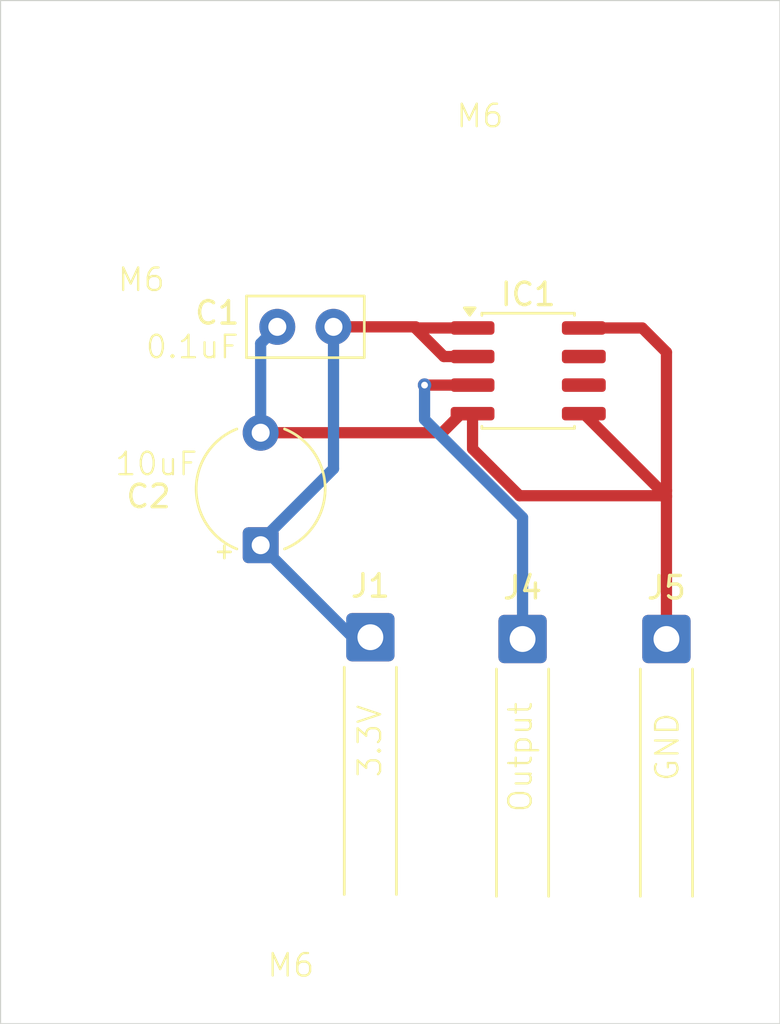
<source format=kicad_pcb>
(kicad_pcb (version 20241229) (generator "pcbnew") (generator_version "9.0")
  (layers (0 "F.Cu" signal) (2 "B.Cu" signal) (13 "F.Paste" user) (15 "B.Paste" user) (5 "F.SilkS" user "F.Silkscreen") (7 "B.SilkS" user "B.Silkscreen") (1 "F.Mask" user) (3 "B.Mask" user) (25 "Edge.Cuts" user))
  (net 0 "")
  (net 1 "GND")
  (net 3 "+3.3V")
  (net 5 "Net-(IC1-OUT)")
  (footprint "MountingHole:MountingHole_6.4mm_M6_ISO14580" (layer "F.Cu") (at 132 99.75)
    (property "Reference" "H2" (hide yes))
    (property "Value" "MountingHole" (hide yes))
    (pad "" np_thru_hole circle (at 0 0) (size 6.4 6.4) (drill 6.4) (layers "*.Cu" "*.Mask"))
  )
  (footprint "MountingHole:MountingHole_6.4mm_M6_ISO14580" (layer "F.Cu") (at 109.89 99.6675)
    (property "Reference" "H3" (hide yes))
    (property "Value" "MountingHole" (hide yes))
    (pad "" np_thru_hole circle (at 0 0) (size 6.4 6.4) (drill 6.4) (layers "*.Cu" "*.Mask"))
  )
  (footprint "Connector_Wire:SolderWire-0.5sqmm_1x01_D0.9mm_OD2.1mm_Relief" (layer "F.Cu") (at 133.31 121.91)
    (property "Reference" "J5" (at 0 -2.28 0) (layer "F.SilkS"))
    (property "Value" "Conn_01x01_Pin" (hide yes))
    (fp_line (start -1.16 1.335) (end -1.16 11.44) (stroke (width 0.12)) (layer "F.SilkS"))
    (fp_line (start 1.16 1.335) (end 1.16 11.44) (stroke (width 0.12)) (layer "F.SilkS"))
    (pad "" np_thru_hole circle (at 0 12.6) (size 2.6 2.6) (drill 2.6) (layers "*.Cu" "*.Mask"))
    (pad "1" thru_hole roundrect (at 0 0) (size 2.15 2.15) (drill 1.15) (layers "*.Cu" "*.Mask") (roundrect_rratio 0.116279) (net 1 "GND"))
  )
  (footprint "Package_SO:SOIC-8_3.9x4.9mm_P1.27mm" (layer "F.Cu") (at 127.16 109.9875)
    (property "Reference" "IC1" (at 0 -3.4 0) (layer "F.SilkS"))
    (property "Value" "AS5600-ASOT" (hide yes))
    (fp_line (start -2.06 -2.56) (end 2.06 -2.56) (stroke (width 0.12)) (layer "F.SilkS"))
    (fp_line (start -2.06 -2.465) (end -2.06 -2.56) (stroke (width 0.12)) (layer "F.SilkS"))
    (fp_line (start -2.06 2.56) (end -2.06 2.465) (stroke (width 0.12)) (layer "F.SilkS"))
    (fp_line (start 2.06 -2.56) (end 2.06 -2.465) (stroke (width 0.12)) (layer "F.SilkS"))
    (fp_line (start 2.06 2.465) (end 2.06 2.56) (stroke (width 0.12)) (layer "F.SilkS"))
    (fp_line (start 2.06 2.56) (end -2.06 2.56) (stroke (width 0.12)) (layer "F.SilkS"))
    (fp_poly (pts (xy -2.6 -2.47) (xy -2.84 -2.8) (xy -2.36 -2.8)) (stroke (width 0.12)) (fill yes) (layer "F.SilkS"))
    (pad "1" smd roundrect (at -2.475 -1.905) (size 1.95 0.6) (layers "F.Cu" "F.Mask" "F.Paste") (net 3 "+3.3V"))
    (pad "2" smd roundrect (at -2.475 -0.635) (size 1.95 0.6) (layers "F.Cu" "F.Mask" "F.Paste") (net 3 "+3.3V"))
    (pad "3" smd roundrect (at -2.475 0.635) (size 1.95 0.6) (layers "F.Cu" "F.Mask" "F.Paste") (net 5 "Net-(IC1-OUT)"))
    (pad "4" smd roundrect (at -2.475 1.905) (size 1.95 0.6) (layers "F.Cu" "F.Mask" "F.Paste") (net 1 "GND"))
    (pad "5" smd roundrect (at 2.475 1.905) (size 1.95 0.6) (layers "F.Cu" "F.Mask" "F.Paste") (net 1 "GND"))
    (pad "6" smd roundrect (at 2.475 0.635) (size 1.95 0.6) (layers "F.Cu" "F.Mask" "F.Paste"))
    (pad "7" smd roundrect (at 2.475 -0.635) (size 1.95 0.6) (layers "F.Cu" "F.Mask" "F.Paste"))
    (pad "8" smd roundrect (at 2.475 -1.905) (size 1.95 0.6) (layers "F.Cu" "F.Mask" "F.Paste") (net 1 "GND"))
  )
  (footprint "MountingHole:MountingHole_6.4mm_M6_ISO14580" (layer "F.Cu") (at 110.45 132.39)
    (property "Reference" "H1" (hide yes))
    (property "Value" "MountingHole" (hide yes))
    (pad "" np_thru_hole circle (at 0 0) (size 6.4 6.4) (drill 6.4) (layers "*.Cu" "*.Mask"))
  )
  (footprint "Connector_Wire:SolderWire-0.5sqmm_1x01_D0.9mm_OD2.1mm_Relief" (layer "F.Cu") (at 120.14 121.83)
    (property "Reference" "J1" (at 0 -2.28 0) (layer "F.SilkS"))
    (property "Value" "Conn_01x01_Pin" (hide yes))
    (fp_line (start -1.16 1.335) (end -1.16 11.44) (stroke (width 0.12)) (layer "F.SilkS"))
    (fp_line (start 1.16 1.335) (end 1.16 11.44) (stroke (width 0.12)) (layer "F.SilkS"))
    (pad "" np_thru_hole circle (at 0 12.6) (size 2.6 2.6) (drill 2.6) (layers "*.Cu" "*.Mask"))
    (pad "1" thru_hole roundrect (at 0 0) (size 2.15 2.15) (drill 1.15) (layers "*.Cu" "*.Mask") (roundrect_rratio 0.116279) (net 3 "+3.3V"))
  )
  (footprint "Capacitor_THT:C_Disc_D5.0mm_W2.5mm_P2.50mm" (layer "F.Cu") (at 118.5 108.0325 180)
    (property "Reference" "C1" (at 5.17 0.6225 180) (layer "F.SilkS"))
    (property "Value" "0.1uF" (hide yes))
    (fp_line (start 3.87 1.37) (end -1.37 1.37) (stroke (width 0.12)) (layer "F.SilkS"))
    (fp_line (start 3.87 -1.37) (end 3.87 1.37) (stroke (width 0.12)) (layer "F.SilkS"))
    (fp_line (start -1.37 1.37) (end -1.37 -1.37) (stroke (width 0.12)) (layer "F.SilkS"))
    (fp_line (start -1.37 -1.37) (end 3.87 -1.37) (stroke (width 0.12)) (layer "F.SilkS"))
    (pad "1" thru_hole circle (at 0 0 180) (size 1.6 1.6) (drill 0.8) (layers "*.Cu" "*.Mask") (net 3 "+3.3V"))
    (pad "2" thru_hole circle (at 2.5 0 180) (size 1.6 1.6) (drill 0.8) (layers "*.Cu" "*.Mask") (net 1 "GND"))
  )
  (footprint "Connector_Wire:SolderWire-0.5sqmm_1x01_D0.9mm_OD2.1mm_Relief" (layer "F.Cu") (at 126.91 121.91)
    (property "Reference" "J4" (at 0 -2.28 0) (layer "F.SilkS"))
    (property "Value" "Conn_01x01_Pin" (hide yes))
    (fp_line (start -1.16 1.335) (end -1.16 11.44) (stroke (width 0.12)) (layer "F.SilkS"))
    (fp_line (start 1.16 1.335) (end 1.16 11.44) (stroke (width 0.12)) (layer "F.SilkS"))
    (pad "" np_thru_hole circle (at 0 12.6) (size 2.6 2.6) (drill 2.6) (layers "*.Cu" "*.Mask"))
    (pad "1" thru_hole roundrect (at 0 0) (size 2.15 2.15) (drill 1.15) (layers "*.Cu" "*.Mask") (roundrect_rratio 0.116279) (net 5 "Net-(IC1-OUT)"))
  )
  (footprint "Capacitor_THT:CP_Radial_Tantal_D5.5mm_P5.00mm" (layer "F.Cu") (at 115.26 117.74 90)
    (property "Reference" "C2" (at 2.17 -4.99 0) (layer "F.SilkS"))
    (property "Value" "10uF" (hide yes))
    (fp_line (start -0.297262 -1.89) (end -0.297262 -1.34) (stroke (width 0.12)) (layer "F.SilkS"))
    (fp_line (start -0.572262 -1.615) (end -0.022262 -1.615) (stroke (width 0.12)) (layer "F.SilkS"))
    (fp_arc (start -0.167077 -1.06) (mid 2.5 -2.87) (end 5.167077 -1.06) (stroke (width 0.12)) (layer "F.SilkS"))
    (fp_arc (start 5.167077 1.06) (mid 2.5 2.87) (end -0.167077 1.06) (stroke (width 0.12)) (layer "F.SilkS"))
    (pad "1" thru_hole roundrect (at 0 0 90) (size 1.6 1.6) (drill 0.8) (layers "*.Cu" "*.Mask") (roundrect_rratio 0.15625) (net 3 "+3.3V"))
    (pad "2" thru_hole circle (at 5 0 90) (size 1.6 1.6) (drill 0.8) (layers "*.Cu" "*.Mask") (net 1 "GND"))
  )
  (gr_rect (start 103.69 93.5275) (end 138.36 139.01) (stroke (width 0.05)) (fill no) (layer "Edge.Cuts"))
  (gr_text "M6" (at 108.84 106.52 0) (layer "F.SilkS") (effects (font (size 1 1) (thickness 0.1)) (justify left bottom)))
  (gr_text "10uF" (at 108.72 114.71 0) (layer "F.SilkS") (effects (font (size 1 1) (thickness 0.1)) (justify left bottom)))
  (gr_text "0.1uF" (at 110.08 109.51 0) (layer "F.SilkS") (effects (font (size 1 1) (thickness 0.1)) (justify left bottom)))
  (gr_text "M6" (at 115.49 136.9975 0) (layer "F.SilkS") (effects (font (size 1 1) (thickness 0.1)) (justify left bottom)))
  (gr_text "Output" (at 127.4 129.68 90) (layer "F.SilkS") (effects (font (size 1 1) (thickness 0.1)) (justify left bottom)))
  (gr_text "M6" (at 123.9 99.24 0) (layer "F.SilkS") (effects (font (size 1 1) (thickness 0.1)) (justify left bottom)))
  (gr_text "3.3V" (at 120.7 128.13 90) (layer "F.SilkS") (effects (font (size 1 1) (thickness 0.1)) (justify left bottom)))
  (gr_text "GND" (at 133.93 128.2975 90) (layer "F.SilkS") (effects (font (size 1 1) (thickness 0.1)) (justify left bottom)))
  (segment (start 133.08 115.54) (end 133.31 115.31) (width 0.5) (layer "F.Cu") (net 1))
  (segment (start 133.31 115.5675) (end 129.635 111.8925) (width 0.5) (layer "F.Cu") (net 1))
  (segment (start 124.1775 111.8925) (end 123.33 112.74) (width 0.5) (layer "F.Cu") (net 1))
  (segment (start 123.33 112.74) (end 115.26 112.74) (width 0.5) (layer "F.Cu") (net 1))
  (segment (start 132.2325 108.0825) (end 133.31 109.16) (width 0.5) (layer "F.Cu") (net 1))
  (segment (start 133.31 115.31) (end 133.31 115.5675) (width 0.5) (layer "F.Cu") (net 1))
  (segment (start 129.635 108.0825) (end 132.2325 108.0825) (width 0.5) (layer "F.Cu") (net 1))
  (segment (start 124.685 111.8925) (end 124.1775 111.8925) (width 0.5) (layer "F.Cu") (net 1))
  (segment (start 124.685 111.8925) (end 124.685 113.455) (width 0.5) (layer "F.Cu") (net 1))
  (segment (start 124.685 113.455) (end 126.77 115.54) (width 0.5) (layer "F.Cu") (net 1))
  (segment (start 133.31 109.16) (end 133.31 115.31) (width 0.5) (layer "F.Cu") (net 1))
  (segment (start 126.77 115.54) (end 133.08 115.54) (width 0.5) (layer "F.Cu") (net 1))
  (segment (start 133.31 121.91) (end 133.31 115.5675) (width 0.5) (layer "F.Cu") (net 1))
  (segment (start 115.26 108.7725) (end 116 108.0325) (width 0.5) (layer "B.Cu") (net 1))
  (segment (start 115.26 112.74) (end 115.26 108.7725) (width 0.5) (layer "B.Cu") (net 1))
  (segment (start 120.14 121.83) (end 119.35 121.83) (width 0.5) (layer "F.Cu") (net 3))
  (segment (start 122.2 108.0825) (end 122.15 108.0325) (width 0.5) (layer "F.Cu") (net 3))
  (segment (start 124.685 109.3525) (end 123.41 109.3525) (width 0.5) (layer "F.Cu") (net 3))
  (segment (start 122.15 108.0325) (end 118.5 108.0325) (width 0.5) (layer "F.Cu") (net 3))
  (segment (start 122.14 108.0825) (end 122.2 108.0825) (width 0.5) (layer "F.Cu") (net 3))
  (segment (start 122.2 108.0825) (end 124.685 108.0825) (width 0.5) (layer "F.Cu") (net 3))
  (segment (start 123.41 109.3525) (end 122.14 108.0825) (width 0.5) (layer "F.Cu") (net 3))
  (segment (start 120.14 121.83) (end 119.35 121.83) (width 0.5) (layer "B.Cu") (net 3))
  (segment (start 115.26 117.74) (end 115.38 117.74) (width 0.5) (layer "B.Cu") (net 3))
  (segment (start 118.5 114.34) (end 118.5 108.0325) (width 0.5) (layer "B.Cu") (net 3))
  (segment (start 119.35 121.83) (end 115.26 117.74) (width 0.5) (layer "B.Cu") (net 3))
  (segment (start 115.26 117.74) (end 115.26 117.58) (width 0.5) (layer "B.Cu") (net 3))
  (segment (start 115.26 117.58) (end 118.5 114.34) (width 0.5) (layer "B.Cu") (net 3))
  (segment (start 124.685 110.6225) (end 122.55 110.6225) (width 0.5) (layer "F.Cu") (net 5))
  (via (at 122.55 110.6225) (size 0.6) (drill 0.3) (layers "F.Cu" "B.Cu") (net 5))
  (segment (start 122.55 112.15) (end 126.91 116.51) (width 0.5) (layer "B.Cu") (net 5))
  (segment (start 126.91 116.51) (end 126.91 121.91) (width 0.5) (layer "B.Cu") (net 5))
  (segment (start 122.55 110.6225) (end 122.55 112.15) (width 0.5) (layer "B.Cu") (net 5))
)
</source>
